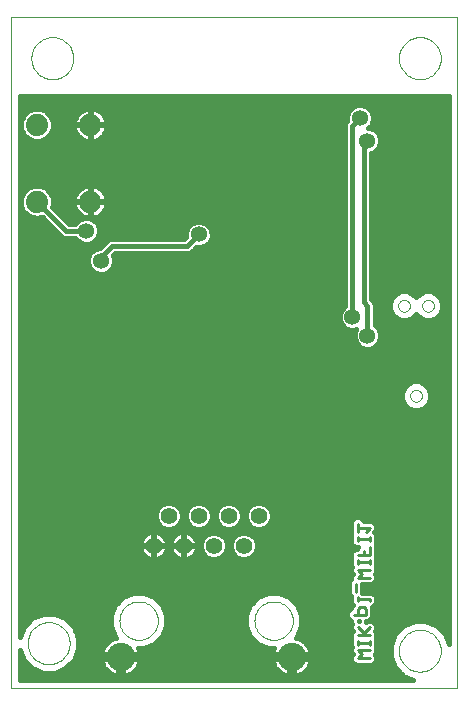
<source format=gbl>
G75*
%MOIN*%
%OFA0B0*%
%FSLAX24Y24*%
%IPPOS*%
%LPD*%
%AMOC8*
5,1,8,0,0,1.08239X$1,22.5*
%
%ADD10C,0.0000*%
%ADD11C,0.0100*%
%ADD12C,0.0554*%
%ADD13C,0.0945*%
%ADD14C,0.0740*%
%ADD15C,0.0160*%
%ADD16C,0.0497*%
%ADD17C,0.0536*%
D10*
X000180Y000954D02*
X000180Y023325D01*
X015050Y023325D01*
X015050Y000954D01*
X000180Y000954D01*
X000730Y002454D02*
X000732Y002506D01*
X000738Y002558D01*
X000748Y002610D01*
X000761Y002660D01*
X000778Y002710D01*
X000799Y002758D01*
X000824Y002804D01*
X000852Y002848D01*
X000883Y002890D01*
X000917Y002930D01*
X000954Y002967D01*
X000994Y003001D01*
X001036Y003032D01*
X001080Y003060D01*
X001126Y003085D01*
X001174Y003106D01*
X001224Y003123D01*
X001274Y003136D01*
X001326Y003146D01*
X001378Y003152D01*
X001430Y003154D01*
X001482Y003152D01*
X001534Y003146D01*
X001586Y003136D01*
X001636Y003123D01*
X001686Y003106D01*
X001734Y003085D01*
X001780Y003060D01*
X001824Y003032D01*
X001866Y003001D01*
X001906Y002967D01*
X001943Y002930D01*
X001977Y002890D01*
X002008Y002848D01*
X002036Y002804D01*
X002061Y002758D01*
X002082Y002710D01*
X002099Y002660D01*
X002112Y002610D01*
X002122Y002558D01*
X002128Y002506D01*
X002130Y002454D01*
X002128Y002402D01*
X002122Y002350D01*
X002112Y002298D01*
X002099Y002248D01*
X002082Y002198D01*
X002061Y002150D01*
X002036Y002104D01*
X002008Y002060D01*
X001977Y002018D01*
X001943Y001978D01*
X001906Y001941D01*
X001866Y001907D01*
X001824Y001876D01*
X001780Y001848D01*
X001734Y001823D01*
X001686Y001802D01*
X001636Y001785D01*
X001586Y001772D01*
X001534Y001762D01*
X001482Y001756D01*
X001430Y001754D01*
X001378Y001756D01*
X001326Y001762D01*
X001274Y001772D01*
X001224Y001785D01*
X001174Y001802D01*
X001126Y001823D01*
X001080Y001848D01*
X001036Y001876D01*
X000994Y001907D01*
X000954Y001941D01*
X000917Y001978D01*
X000883Y002018D01*
X000852Y002060D01*
X000824Y002104D01*
X000799Y002150D01*
X000778Y002198D01*
X000761Y002248D01*
X000748Y002298D01*
X000738Y002350D01*
X000732Y002402D01*
X000730Y002454D01*
X003790Y003204D02*
X003792Y003254D01*
X003798Y003304D01*
X003808Y003353D01*
X003821Y003402D01*
X003839Y003449D01*
X003860Y003495D01*
X003884Y003538D01*
X003912Y003580D01*
X003943Y003620D01*
X003977Y003657D01*
X004014Y003691D01*
X004054Y003722D01*
X004096Y003750D01*
X004139Y003774D01*
X004185Y003795D01*
X004232Y003813D01*
X004281Y003826D01*
X004330Y003836D01*
X004380Y003842D01*
X004430Y003844D01*
X004480Y003842D01*
X004530Y003836D01*
X004579Y003826D01*
X004628Y003813D01*
X004675Y003795D01*
X004721Y003774D01*
X004764Y003750D01*
X004806Y003722D01*
X004846Y003691D01*
X004883Y003657D01*
X004917Y003620D01*
X004948Y003580D01*
X004976Y003538D01*
X005000Y003495D01*
X005021Y003449D01*
X005039Y003402D01*
X005052Y003353D01*
X005062Y003304D01*
X005068Y003254D01*
X005070Y003204D01*
X005068Y003154D01*
X005062Y003104D01*
X005052Y003055D01*
X005039Y003006D01*
X005021Y002959D01*
X005000Y002913D01*
X004976Y002870D01*
X004948Y002828D01*
X004917Y002788D01*
X004883Y002751D01*
X004846Y002717D01*
X004806Y002686D01*
X004764Y002658D01*
X004721Y002634D01*
X004675Y002613D01*
X004628Y002595D01*
X004579Y002582D01*
X004530Y002572D01*
X004480Y002566D01*
X004430Y002564D01*
X004380Y002566D01*
X004330Y002572D01*
X004281Y002582D01*
X004232Y002595D01*
X004185Y002613D01*
X004139Y002634D01*
X004096Y002658D01*
X004054Y002686D01*
X004014Y002717D01*
X003977Y002751D01*
X003943Y002788D01*
X003912Y002828D01*
X003884Y002870D01*
X003860Y002913D01*
X003839Y002959D01*
X003821Y003006D01*
X003808Y003055D01*
X003798Y003104D01*
X003792Y003154D01*
X003790Y003204D01*
X008290Y003204D02*
X008292Y003254D01*
X008298Y003304D01*
X008308Y003353D01*
X008321Y003402D01*
X008339Y003449D01*
X008360Y003495D01*
X008384Y003538D01*
X008412Y003580D01*
X008443Y003620D01*
X008477Y003657D01*
X008514Y003691D01*
X008554Y003722D01*
X008596Y003750D01*
X008639Y003774D01*
X008685Y003795D01*
X008732Y003813D01*
X008781Y003826D01*
X008830Y003836D01*
X008880Y003842D01*
X008930Y003844D01*
X008980Y003842D01*
X009030Y003836D01*
X009079Y003826D01*
X009128Y003813D01*
X009175Y003795D01*
X009221Y003774D01*
X009264Y003750D01*
X009306Y003722D01*
X009346Y003691D01*
X009383Y003657D01*
X009417Y003620D01*
X009448Y003580D01*
X009476Y003538D01*
X009500Y003495D01*
X009521Y003449D01*
X009539Y003402D01*
X009552Y003353D01*
X009562Y003304D01*
X009568Y003254D01*
X009570Y003204D01*
X009568Y003154D01*
X009562Y003104D01*
X009552Y003055D01*
X009539Y003006D01*
X009521Y002959D01*
X009500Y002913D01*
X009476Y002870D01*
X009448Y002828D01*
X009417Y002788D01*
X009383Y002751D01*
X009346Y002717D01*
X009306Y002686D01*
X009264Y002658D01*
X009221Y002634D01*
X009175Y002613D01*
X009128Y002595D01*
X009079Y002582D01*
X009030Y002572D01*
X008980Y002566D01*
X008930Y002564D01*
X008880Y002566D01*
X008830Y002572D01*
X008781Y002582D01*
X008732Y002595D01*
X008685Y002613D01*
X008639Y002634D01*
X008596Y002658D01*
X008554Y002686D01*
X008514Y002717D01*
X008477Y002751D01*
X008443Y002788D01*
X008412Y002828D01*
X008384Y002870D01*
X008360Y002913D01*
X008339Y002959D01*
X008321Y003006D01*
X008308Y003055D01*
X008298Y003104D01*
X008292Y003154D01*
X008290Y003204D01*
X013483Y010704D02*
X013485Y010731D01*
X013491Y010758D01*
X013500Y010784D01*
X013513Y010808D01*
X013529Y010831D01*
X013548Y010850D01*
X013570Y010867D01*
X013594Y010881D01*
X013619Y010891D01*
X013646Y010898D01*
X013673Y010901D01*
X013701Y010900D01*
X013728Y010895D01*
X013754Y010887D01*
X013778Y010875D01*
X013801Y010859D01*
X013822Y010841D01*
X013839Y010820D01*
X013854Y010796D01*
X013865Y010771D01*
X013873Y010745D01*
X013877Y010718D01*
X013877Y010690D01*
X013873Y010663D01*
X013865Y010637D01*
X013854Y010612D01*
X013839Y010588D01*
X013822Y010567D01*
X013801Y010549D01*
X013779Y010533D01*
X013754Y010521D01*
X013728Y010513D01*
X013701Y010508D01*
X013673Y010507D01*
X013646Y010510D01*
X013619Y010517D01*
X013594Y010527D01*
X013570Y010541D01*
X013548Y010558D01*
X013529Y010577D01*
X013513Y010600D01*
X013500Y010624D01*
X013491Y010650D01*
X013485Y010677D01*
X013483Y010704D01*
X013083Y013704D02*
X013085Y013731D01*
X013091Y013758D01*
X013100Y013784D01*
X013113Y013808D01*
X013129Y013831D01*
X013148Y013850D01*
X013170Y013867D01*
X013194Y013881D01*
X013219Y013891D01*
X013246Y013898D01*
X013273Y013901D01*
X013301Y013900D01*
X013328Y013895D01*
X013354Y013887D01*
X013378Y013875D01*
X013401Y013859D01*
X013422Y013841D01*
X013439Y013820D01*
X013454Y013796D01*
X013465Y013771D01*
X013473Y013745D01*
X013477Y013718D01*
X013477Y013690D01*
X013473Y013663D01*
X013465Y013637D01*
X013454Y013612D01*
X013439Y013588D01*
X013422Y013567D01*
X013401Y013549D01*
X013379Y013533D01*
X013354Y013521D01*
X013328Y013513D01*
X013301Y013508D01*
X013273Y013507D01*
X013246Y013510D01*
X013219Y013517D01*
X013194Y013527D01*
X013170Y013541D01*
X013148Y013558D01*
X013129Y013577D01*
X013113Y013600D01*
X013100Y013624D01*
X013091Y013650D01*
X013085Y013677D01*
X013083Y013704D01*
X013883Y013704D02*
X013885Y013731D01*
X013891Y013758D01*
X013900Y013784D01*
X013913Y013808D01*
X013929Y013831D01*
X013948Y013850D01*
X013970Y013867D01*
X013994Y013881D01*
X014019Y013891D01*
X014046Y013898D01*
X014073Y013901D01*
X014101Y013900D01*
X014128Y013895D01*
X014154Y013887D01*
X014178Y013875D01*
X014201Y013859D01*
X014222Y013841D01*
X014239Y013820D01*
X014254Y013796D01*
X014265Y013771D01*
X014273Y013745D01*
X014277Y013718D01*
X014277Y013690D01*
X014273Y013663D01*
X014265Y013637D01*
X014254Y013612D01*
X014239Y013588D01*
X014222Y013567D01*
X014201Y013549D01*
X014179Y013533D01*
X014154Y013521D01*
X014128Y013513D01*
X014101Y013508D01*
X014073Y013507D01*
X014046Y013510D01*
X014019Y013517D01*
X013994Y013527D01*
X013970Y013541D01*
X013948Y013558D01*
X013929Y013577D01*
X013913Y013600D01*
X013900Y013624D01*
X013891Y013650D01*
X013885Y013677D01*
X013883Y013704D01*
X013105Y021954D02*
X013107Y022006D01*
X013113Y022058D01*
X013123Y022110D01*
X013136Y022160D01*
X013153Y022210D01*
X013174Y022258D01*
X013199Y022304D01*
X013227Y022348D01*
X013258Y022390D01*
X013292Y022430D01*
X013329Y022467D01*
X013369Y022501D01*
X013411Y022532D01*
X013455Y022560D01*
X013501Y022585D01*
X013549Y022606D01*
X013599Y022623D01*
X013649Y022636D01*
X013701Y022646D01*
X013753Y022652D01*
X013805Y022654D01*
X013857Y022652D01*
X013909Y022646D01*
X013961Y022636D01*
X014011Y022623D01*
X014061Y022606D01*
X014109Y022585D01*
X014155Y022560D01*
X014199Y022532D01*
X014241Y022501D01*
X014281Y022467D01*
X014318Y022430D01*
X014352Y022390D01*
X014383Y022348D01*
X014411Y022304D01*
X014436Y022258D01*
X014457Y022210D01*
X014474Y022160D01*
X014487Y022110D01*
X014497Y022058D01*
X014503Y022006D01*
X014505Y021954D01*
X014503Y021902D01*
X014497Y021850D01*
X014487Y021798D01*
X014474Y021748D01*
X014457Y021698D01*
X014436Y021650D01*
X014411Y021604D01*
X014383Y021560D01*
X014352Y021518D01*
X014318Y021478D01*
X014281Y021441D01*
X014241Y021407D01*
X014199Y021376D01*
X014155Y021348D01*
X014109Y021323D01*
X014061Y021302D01*
X014011Y021285D01*
X013961Y021272D01*
X013909Y021262D01*
X013857Y021256D01*
X013805Y021254D01*
X013753Y021256D01*
X013701Y021262D01*
X013649Y021272D01*
X013599Y021285D01*
X013549Y021302D01*
X013501Y021323D01*
X013455Y021348D01*
X013411Y021376D01*
X013369Y021407D01*
X013329Y021441D01*
X013292Y021478D01*
X013258Y021518D01*
X013227Y021560D01*
X013199Y021604D01*
X013174Y021650D01*
X013153Y021698D01*
X013136Y021748D01*
X013123Y021798D01*
X013113Y021850D01*
X013107Y021902D01*
X013105Y021954D01*
X000855Y021954D02*
X000857Y022006D01*
X000863Y022058D01*
X000873Y022110D01*
X000886Y022160D01*
X000903Y022210D01*
X000924Y022258D01*
X000949Y022304D01*
X000977Y022348D01*
X001008Y022390D01*
X001042Y022430D01*
X001079Y022467D01*
X001119Y022501D01*
X001161Y022532D01*
X001205Y022560D01*
X001251Y022585D01*
X001299Y022606D01*
X001349Y022623D01*
X001399Y022636D01*
X001451Y022646D01*
X001503Y022652D01*
X001555Y022654D01*
X001607Y022652D01*
X001659Y022646D01*
X001711Y022636D01*
X001761Y022623D01*
X001811Y022606D01*
X001859Y022585D01*
X001905Y022560D01*
X001949Y022532D01*
X001991Y022501D01*
X002031Y022467D01*
X002068Y022430D01*
X002102Y022390D01*
X002133Y022348D01*
X002161Y022304D01*
X002186Y022258D01*
X002207Y022210D01*
X002224Y022160D01*
X002237Y022110D01*
X002247Y022058D01*
X002253Y022006D01*
X002255Y021954D01*
X002253Y021902D01*
X002247Y021850D01*
X002237Y021798D01*
X002224Y021748D01*
X002207Y021698D01*
X002186Y021650D01*
X002161Y021604D01*
X002133Y021560D01*
X002102Y021518D01*
X002068Y021478D01*
X002031Y021441D01*
X001991Y021407D01*
X001949Y021376D01*
X001905Y021348D01*
X001859Y021323D01*
X001811Y021302D01*
X001761Y021285D01*
X001711Y021272D01*
X001659Y021262D01*
X001607Y021256D01*
X001555Y021254D01*
X001503Y021256D01*
X001451Y021262D01*
X001399Y021272D01*
X001349Y021285D01*
X001299Y021302D01*
X001251Y021323D01*
X001205Y021348D01*
X001161Y021376D01*
X001119Y021407D01*
X001079Y021441D01*
X001042Y021478D01*
X001008Y021518D01*
X000977Y021560D01*
X000949Y021604D01*
X000924Y021650D01*
X000903Y021698D01*
X000886Y021748D01*
X000873Y021798D01*
X000863Y021850D01*
X000857Y021902D01*
X000855Y021954D01*
X013105Y002204D02*
X013107Y002256D01*
X013113Y002308D01*
X013123Y002360D01*
X013136Y002410D01*
X013153Y002460D01*
X013174Y002508D01*
X013199Y002554D01*
X013227Y002598D01*
X013258Y002640D01*
X013292Y002680D01*
X013329Y002717D01*
X013369Y002751D01*
X013411Y002782D01*
X013455Y002810D01*
X013501Y002835D01*
X013549Y002856D01*
X013599Y002873D01*
X013649Y002886D01*
X013701Y002896D01*
X013753Y002902D01*
X013805Y002904D01*
X013857Y002902D01*
X013909Y002896D01*
X013961Y002886D01*
X014011Y002873D01*
X014061Y002856D01*
X014109Y002835D01*
X014155Y002810D01*
X014199Y002782D01*
X014241Y002751D01*
X014281Y002717D01*
X014318Y002680D01*
X014352Y002640D01*
X014383Y002598D01*
X014411Y002554D01*
X014436Y002508D01*
X014457Y002460D01*
X014474Y002410D01*
X014487Y002360D01*
X014497Y002308D01*
X014503Y002256D01*
X014505Y002204D01*
X014503Y002152D01*
X014497Y002100D01*
X014487Y002048D01*
X014474Y001998D01*
X014457Y001948D01*
X014436Y001900D01*
X014411Y001854D01*
X014383Y001810D01*
X014352Y001768D01*
X014318Y001728D01*
X014281Y001691D01*
X014241Y001657D01*
X014199Y001626D01*
X014155Y001598D01*
X014109Y001573D01*
X014061Y001552D01*
X014011Y001535D01*
X013961Y001522D01*
X013909Y001512D01*
X013857Y001506D01*
X013805Y001504D01*
X013753Y001506D01*
X013701Y001512D01*
X013649Y001522D01*
X013599Y001535D01*
X013549Y001552D01*
X013501Y001573D01*
X013455Y001598D01*
X013411Y001626D01*
X013369Y001657D01*
X013329Y001691D01*
X013292Y001728D01*
X013258Y001768D01*
X013227Y001810D01*
X013199Y001854D01*
X013174Y001900D01*
X013153Y001948D01*
X013136Y001998D01*
X013123Y002048D01*
X013113Y002100D01*
X013107Y002152D01*
X013105Y002204D01*
D11*
X012130Y002215D02*
X011730Y002215D01*
X011863Y002082D01*
X011730Y001948D01*
X012130Y001948D01*
X012130Y002409D02*
X012130Y002542D01*
X012130Y002475D02*
X011730Y002475D01*
X011730Y002409D02*
X011730Y002542D01*
X011730Y002715D02*
X012130Y002715D01*
X011930Y002782D02*
X011730Y002982D01*
X011730Y003176D02*
X011730Y003243D01*
X011797Y003243D01*
X011797Y003176D01*
X011730Y003176D01*
X011730Y003406D02*
X011730Y003606D01*
X011797Y003673D01*
X011930Y003673D01*
X011997Y003606D01*
X011997Y003406D01*
X011597Y003406D01*
X011730Y003866D02*
X011730Y004000D01*
X011730Y003933D02*
X012130Y003933D01*
X012130Y003866D01*
X011663Y004173D02*
X011663Y004440D01*
X011730Y004634D02*
X011863Y004767D01*
X011730Y004901D01*
X012130Y004901D01*
X012130Y005094D02*
X012130Y005228D01*
X012130Y005161D02*
X011730Y005161D01*
X011730Y005094D02*
X011730Y005228D01*
X011730Y005401D02*
X012130Y005401D01*
X012130Y005668D01*
X012130Y005861D02*
X012130Y005995D01*
X012130Y005928D02*
X011730Y005928D01*
X011730Y005861D02*
X011730Y005995D01*
X011730Y006168D02*
X011730Y006435D01*
X011730Y006302D02*
X012130Y006302D01*
X011997Y006168D01*
X011930Y005535D02*
X011930Y005401D01*
X012130Y004634D02*
X011730Y004634D01*
X012130Y002982D02*
X011863Y002715D01*
D12*
X008430Y006704D03*
X007930Y005704D03*
X007430Y006704D03*
X006930Y005704D03*
X006430Y006704D03*
X005930Y005704D03*
X005430Y006704D03*
X004930Y005704D03*
D13*
X003830Y002004D03*
X009530Y002004D03*
D14*
X002820Y017174D03*
X002820Y019734D03*
X001040Y019734D03*
X001040Y017174D03*
D15*
X002010Y016204D01*
X002680Y016204D01*
X002785Y016624D02*
X002800Y016624D01*
X002800Y017154D01*
X002270Y017154D01*
X002270Y017130D01*
X002284Y017045D01*
X002310Y016963D01*
X002350Y016886D01*
X002400Y016815D01*
X002462Y016754D01*
X002532Y016703D01*
X002609Y016664D01*
X002691Y016637D01*
X002726Y016632D01*
X002595Y016632D01*
X002437Y016567D01*
X002317Y016446D01*
X002316Y016444D01*
X002109Y016444D01*
X001545Y017008D01*
X001570Y017068D01*
X001570Y017279D01*
X001489Y017474D01*
X001340Y017623D01*
X001145Y017704D01*
X000935Y017704D01*
X000740Y017623D01*
X000591Y017474D01*
X000510Y017279D01*
X000510Y017068D01*
X000591Y016874D01*
X000740Y016724D01*
X000935Y016644D01*
X001145Y016644D01*
X001206Y016669D01*
X001874Y016000D01*
X001962Y015964D01*
X002316Y015964D01*
X002317Y015961D01*
X002437Y015841D01*
X002595Y015776D01*
X002765Y015776D01*
X002923Y015841D01*
X003043Y015961D01*
X003108Y016119D01*
X003108Y016289D01*
X003043Y016446D01*
X002923Y016567D01*
X002785Y016624D01*
X002800Y016645D02*
X002840Y016645D01*
X002840Y016624D02*
X002863Y016624D01*
X002949Y016637D01*
X003031Y016664D01*
X003108Y016703D01*
X003178Y016754D01*
X003240Y016815D01*
X003290Y016886D01*
X003330Y016963D01*
X003356Y017045D01*
X003370Y017130D01*
X003370Y017154D01*
X002840Y017154D01*
X002840Y017194D01*
X002800Y017194D01*
X002800Y017724D01*
X002777Y017724D01*
X002691Y017710D01*
X002609Y017683D01*
X002532Y017644D01*
X002462Y017593D01*
X002400Y017532D01*
X002350Y017462D01*
X002310Y017385D01*
X002284Y017303D01*
X002270Y017217D01*
X002270Y017194D01*
X002800Y017194D01*
X002800Y017154D01*
X002840Y017154D01*
X002840Y016624D01*
X002973Y016645D02*
X011315Y016645D01*
X011315Y016487D02*
X006564Y016487D01*
X006515Y016507D02*
X006673Y016442D01*
X006793Y016321D01*
X006858Y016164D01*
X006858Y015994D01*
X006793Y015836D01*
X006673Y015716D01*
X006515Y015651D01*
X006345Y015651D01*
X006342Y015652D01*
X006258Y015568D01*
X006191Y015500D01*
X006103Y015464D01*
X003654Y015464D01*
X003570Y015380D01*
X003608Y015289D01*
X003608Y015119D01*
X003543Y014961D01*
X003423Y014841D01*
X003265Y014776D01*
X003095Y014776D01*
X002937Y014841D01*
X002817Y014961D01*
X002752Y015119D01*
X002752Y015289D01*
X002817Y015446D01*
X002937Y015567D01*
X003095Y015632D01*
X003144Y015632D01*
X003419Y015907D01*
X003507Y015944D01*
X005956Y015944D01*
X006003Y015991D01*
X006002Y015994D01*
X006002Y016164D01*
X006067Y016321D01*
X006187Y016442D01*
X006345Y016507D01*
X006515Y016507D01*
X006296Y016487D02*
X003002Y016487D01*
X003092Y016328D02*
X006074Y016328D01*
X006004Y016170D02*
X003108Y016170D01*
X003064Y016011D02*
X006002Y016011D01*
X006055Y015704D02*
X003555Y015704D01*
X003180Y015329D01*
X003180Y015204D01*
X002788Y015377D02*
X000460Y015377D01*
X000460Y015219D02*
X002752Y015219D01*
X002776Y015060D02*
X000460Y015060D01*
X000460Y014902D02*
X002877Y014902D01*
X002907Y015536D02*
X000460Y015536D01*
X000460Y015694D02*
X003206Y015694D01*
X003365Y015853D02*
X002934Y015853D01*
X002426Y015853D02*
X000460Y015853D01*
X000460Y016011D02*
X001863Y016011D01*
X001705Y016170D02*
X000460Y016170D01*
X000460Y016328D02*
X001546Y016328D01*
X001388Y016487D02*
X000460Y016487D01*
X000460Y016645D02*
X000931Y016645D01*
X001149Y016645D02*
X001229Y016645D01*
X001591Y016962D02*
X002310Y016962D01*
X002272Y017121D02*
X001570Y017121D01*
X001570Y017279D02*
X002280Y017279D01*
X002337Y017438D02*
X001504Y017438D01*
X001367Y017596D02*
X002466Y017596D01*
X002800Y017596D02*
X002840Y017596D01*
X002840Y017724D02*
X002840Y017194D01*
X003370Y017194D01*
X003370Y017217D01*
X003356Y017303D01*
X003330Y017385D01*
X003290Y017462D01*
X003240Y017532D01*
X003178Y017593D01*
X003108Y017644D01*
X003031Y017683D01*
X002949Y017710D01*
X002863Y017724D01*
X002840Y017724D01*
X002840Y017438D02*
X002800Y017438D01*
X002800Y017279D02*
X002840Y017279D01*
X002840Y017121D02*
X002800Y017121D01*
X002800Y016962D02*
X002840Y016962D01*
X002840Y016804D02*
X002800Y016804D01*
X002667Y016645D02*
X001908Y016645D01*
X002066Y016487D02*
X002358Y016487D01*
X002412Y016804D02*
X001749Y016804D01*
X000660Y016804D02*
X000460Y016804D01*
X000460Y016962D02*
X000554Y016962D01*
X000510Y017121D02*
X000460Y017121D01*
X000460Y017279D02*
X000510Y017279D01*
X000460Y017438D02*
X000576Y017438D01*
X000460Y017596D02*
X000713Y017596D01*
X000460Y017755D02*
X011315Y017755D01*
X011315Y017913D02*
X000460Y017913D01*
X000460Y018072D02*
X011315Y018072D01*
X011315Y018230D02*
X000460Y018230D01*
X000460Y018389D02*
X011315Y018389D01*
X011315Y018547D02*
X000460Y018547D01*
X000460Y018706D02*
X011315Y018706D01*
X011315Y018864D02*
X000460Y018864D01*
X000460Y019023D02*
X011315Y019023D01*
X011315Y019181D02*
X000460Y019181D01*
X000460Y019340D02*
X000684Y019340D01*
X000740Y019284D02*
X000935Y019204D01*
X001145Y019204D01*
X001340Y019284D01*
X001489Y019434D01*
X001570Y019628D01*
X001570Y019839D01*
X001489Y020034D01*
X001340Y020183D01*
X001145Y020264D01*
X000935Y020264D01*
X000740Y020183D01*
X000591Y020034D01*
X000510Y019839D01*
X000510Y019628D01*
X000591Y019434D01*
X000740Y019284D01*
X000564Y019498D02*
X000460Y019498D01*
X000460Y019657D02*
X000510Y019657D01*
X000510Y019815D02*
X000460Y019815D01*
X000460Y019974D02*
X000566Y019974D01*
X000460Y020132D02*
X000689Y020132D01*
X000460Y020291D02*
X011537Y020291D01*
X011562Y020317D02*
X011442Y020196D01*
X011377Y020039D01*
X011377Y019869D01*
X011378Y019866D01*
X011352Y019840D01*
X011315Y019752D01*
X011315Y013693D01*
X011312Y013692D01*
X011192Y013571D01*
X011127Y013414D01*
X011127Y013244D01*
X011192Y013086D01*
X011312Y012966D01*
X011470Y012901D01*
X011640Y012901D01*
X011680Y012917D01*
X011627Y012789D01*
X011627Y012619D01*
X011692Y012461D01*
X011812Y012341D01*
X011970Y012276D01*
X012140Y012276D01*
X012298Y012341D01*
X012418Y012461D01*
X012483Y012619D01*
X012483Y012789D01*
X012418Y012946D01*
X012298Y013067D01*
X012295Y013068D01*
X012295Y013656D01*
X012295Y013752D01*
X012258Y013840D01*
X012170Y013928D01*
X012170Y018788D01*
X012298Y018841D01*
X012418Y018961D01*
X012483Y019119D01*
X012483Y019289D01*
X012418Y019446D01*
X012298Y019567D01*
X012140Y019632D01*
X012089Y019632D01*
X012168Y019711D01*
X012233Y019869D01*
X012233Y020039D01*
X012168Y020196D01*
X012048Y020317D01*
X011890Y020382D01*
X011720Y020382D01*
X011562Y020317D01*
X011416Y020132D02*
X003199Y020132D01*
X003178Y020153D02*
X003108Y020204D01*
X003031Y020243D01*
X002949Y020270D01*
X002863Y020284D01*
X002840Y020284D01*
X002840Y019754D01*
X002800Y019754D01*
X002800Y020284D01*
X002777Y020284D01*
X002691Y020270D01*
X002609Y020243D01*
X002532Y020204D01*
X002462Y020153D01*
X002400Y020092D01*
X002350Y020022D01*
X002310Y019945D01*
X002284Y019863D01*
X002270Y019777D01*
X002270Y019754D01*
X002800Y019754D01*
X002800Y019714D01*
X002270Y019714D01*
X002270Y019690D01*
X002284Y019605D01*
X002310Y019523D01*
X002350Y019446D01*
X002400Y019375D01*
X002462Y019314D01*
X002532Y019263D01*
X002609Y019224D01*
X002691Y019197D01*
X002777Y019184D01*
X002800Y019184D01*
X002800Y019714D01*
X002840Y019714D01*
X002840Y019754D01*
X003370Y019754D01*
X003370Y019777D01*
X003356Y019863D01*
X003330Y019945D01*
X003290Y020022D01*
X003240Y020092D01*
X003178Y020153D01*
X003315Y019974D02*
X011377Y019974D01*
X011341Y019815D02*
X003364Y019815D01*
X003370Y019714D02*
X002840Y019714D01*
X002840Y019184D01*
X002863Y019184D01*
X002949Y019197D01*
X003031Y019224D01*
X003108Y019263D01*
X003178Y019314D01*
X003240Y019375D01*
X003290Y019446D01*
X003330Y019523D01*
X003356Y019605D01*
X003370Y019690D01*
X003370Y019714D01*
X003365Y019657D02*
X011315Y019657D01*
X011315Y019498D02*
X003317Y019498D01*
X003204Y019340D02*
X011315Y019340D01*
X011555Y019704D02*
X011805Y019954D01*
X011555Y019704D02*
X011555Y013329D01*
X011279Y013000D02*
X000460Y013000D01*
X000460Y013158D02*
X011162Y013158D01*
X011127Y013317D02*
X000460Y013317D01*
X000460Y013475D02*
X011152Y013475D01*
X011255Y013634D02*
X000460Y013634D01*
X000460Y013792D02*
X011315Y013792D01*
X011315Y013951D02*
X000460Y013951D01*
X000460Y014109D02*
X011315Y014109D01*
X011315Y014268D02*
X000460Y014268D01*
X000460Y014426D02*
X011315Y014426D01*
X011315Y014585D02*
X000460Y014585D01*
X000460Y014743D02*
X011315Y014743D01*
X011315Y014902D02*
X003483Y014902D01*
X003584Y015060D02*
X011315Y015060D01*
X011315Y015219D02*
X003608Y015219D01*
X003572Y015377D02*
X011315Y015377D01*
X011315Y015536D02*
X006226Y015536D01*
X006055Y015704D02*
X006430Y016079D01*
X006620Y015694D02*
X011315Y015694D01*
X011315Y015853D02*
X006800Y015853D01*
X006858Y016011D02*
X011315Y016011D01*
X011315Y016170D02*
X006856Y016170D01*
X006786Y016328D02*
X011315Y016328D01*
X011315Y016804D02*
X003228Y016804D01*
X003330Y016962D02*
X011315Y016962D01*
X011315Y017121D02*
X003368Y017121D01*
X003360Y017279D02*
X011315Y017279D01*
X011315Y017438D02*
X003303Y017438D01*
X003174Y017596D02*
X011315Y017596D01*
X012170Y017596D02*
X014770Y017596D01*
X014770Y017438D02*
X012170Y017438D01*
X012170Y017279D02*
X014770Y017279D01*
X014770Y017121D02*
X012170Y017121D01*
X012170Y016962D02*
X014770Y016962D01*
X014770Y016804D02*
X012170Y016804D01*
X012170Y016645D02*
X014770Y016645D01*
X014770Y016487D02*
X012170Y016487D01*
X012170Y016328D02*
X014770Y016328D01*
X014770Y016170D02*
X012170Y016170D01*
X012170Y016011D02*
X014770Y016011D01*
X014770Y015853D02*
X012170Y015853D01*
X012170Y015694D02*
X014770Y015694D01*
X014770Y015536D02*
X012170Y015536D01*
X012170Y015377D02*
X014770Y015377D01*
X014770Y015219D02*
X012170Y015219D01*
X012170Y015060D02*
X014770Y015060D01*
X014770Y014902D02*
X012170Y014902D01*
X012170Y014743D02*
X014770Y014743D01*
X014770Y014585D02*
X012170Y014585D01*
X012170Y014426D02*
X014770Y014426D01*
X014770Y014268D02*
X012170Y014268D01*
X012170Y014109D02*
X013013Y014109D01*
X013010Y014108D02*
X012876Y013974D01*
X012803Y013799D01*
X012803Y013609D01*
X012876Y013434D01*
X013010Y013300D01*
X013185Y013227D01*
X013375Y013227D01*
X013550Y013300D01*
X013680Y013429D01*
X013810Y013300D01*
X013985Y013227D01*
X014175Y013227D01*
X014350Y013300D01*
X014484Y013434D01*
X014557Y013609D01*
X014557Y013799D01*
X014484Y013974D01*
X014350Y014108D01*
X014175Y014181D01*
X013985Y014181D01*
X013810Y014108D01*
X013680Y013978D01*
X013550Y014108D01*
X013375Y014181D01*
X013185Y014181D01*
X013010Y014108D01*
X012866Y013951D02*
X012170Y013951D01*
X012278Y013792D02*
X012803Y013792D01*
X012803Y013634D02*
X012295Y013634D01*
X012295Y013475D02*
X012859Y013475D01*
X012993Y013317D02*
X012295Y013317D01*
X012295Y013158D02*
X014770Y013158D01*
X014770Y013000D02*
X012364Y013000D01*
X012461Y012841D02*
X014770Y012841D01*
X014770Y012683D02*
X012483Y012683D01*
X012444Y012524D02*
X014770Y012524D01*
X014770Y012366D02*
X012322Y012366D01*
X012055Y012704D02*
X012055Y013704D01*
X011930Y013829D01*
X011930Y019079D01*
X012055Y019204D01*
X012321Y018864D02*
X014770Y018864D01*
X014770Y018706D02*
X012170Y018706D01*
X012170Y018547D02*
X014770Y018547D01*
X014770Y018389D02*
X012170Y018389D01*
X012170Y018230D02*
X014770Y018230D01*
X014770Y018072D02*
X012170Y018072D01*
X012170Y017913D02*
X014770Y017913D01*
X014770Y017755D02*
X012170Y017755D01*
X012443Y019023D02*
X014770Y019023D01*
X014770Y019181D02*
X012483Y019181D01*
X012462Y019340D02*
X014770Y019340D01*
X014770Y019498D02*
X012366Y019498D01*
X012211Y019815D02*
X014770Y019815D01*
X014770Y019657D02*
X012113Y019657D01*
X012233Y019974D02*
X014770Y019974D01*
X014770Y020132D02*
X012194Y020132D01*
X012073Y020291D02*
X014770Y020291D01*
X014770Y020449D02*
X000460Y020449D01*
X000460Y020608D02*
X014770Y020608D01*
X014770Y020704D02*
X000460Y020704D01*
X000460Y002673D01*
X000599Y003009D01*
X000875Y003285D01*
X001235Y003434D01*
X001625Y003434D01*
X001985Y003285D01*
X002261Y003009D01*
X002410Y002649D01*
X002410Y002259D01*
X002261Y001899D01*
X001985Y001623D01*
X001625Y001474D01*
X001235Y001474D01*
X000875Y001623D01*
X000599Y001899D01*
X000460Y002235D01*
X000460Y001234D01*
X013586Y001234D01*
X013250Y001373D01*
X012974Y001649D01*
X012825Y002009D01*
X012825Y002399D01*
X012974Y002759D01*
X013250Y003035D01*
X013610Y003184D01*
X014000Y003184D01*
X014360Y003035D01*
X014636Y002759D01*
X014770Y002435D01*
X014770Y020704D01*
X014770Y014109D02*
X014347Y014109D01*
X014494Y013951D02*
X014770Y013951D01*
X014770Y013792D02*
X014557Y013792D01*
X014557Y013634D02*
X014770Y013634D01*
X014770Y013475D02*
X014501Y013475D01*
X014367Y013317D02*
X014770Y013317D01*
X014770Y012207D02*
X000460Y012207D01*
X000460Y012049D02*
X014770Y012049D01*
X014770Y011890D02*
X000460Y011890D01*
X000460Y011732D02*
X014770Y011732D01*
X014770Y011573D02*
X000460Y011573D01*
X000460Y011415D02*
X014770Y011415D01*
X014770Y011256D02*
X000460Y011256D01*
X000460Y011098D02*
X013400Y011098D01*
X013410Y011108D02*
X013276Y010974D01*
X013203Y010799D01*
X013203Y010609D01*
X013276Y010434D01*
X013410Y010300D01*
X013585Y010227D01*
X013775Y010227D01*
X013950Y010300D01*
X014084Y010434D01*
X014157Y010609D01*
X014157Y010799D01*
X014084Y010974D01*
X013950Y011108D01*
X013775Y011181D01*
X013585Y011181D01*
X013410Y011108D01*
X013261Y010939D02*
X000460Y010939D01*
X000460Y010781D02*
X013203Y010781D01*
X013203Y010622D02*
X000460Y010622D01*
X000460Y010464D02*
X013263Y010464D01*
X013404Y010305D02*
X000460Y010305D01*
X000460Y010147D02*
X014770Y010147D01*
X014770Y010305D02*
X013956Y010305D01*
X014097Y010464D02*
X014770Y010464D01*
X014770Y010622D02*
X014157Y010622D01*
X014157Y010781D02*
X014770Y010781D01*
X014770Y010939D02*
X014099Y010939D01*
X013960Y011098D02*
X014770Y011098D01*
X014770Y009988D02*
X000460Y009988D01*
X000460Y009830D02*
X014770Y009830D01*
X014770Y009671D02*
X000460Y009671D01*
X000460Y009513D02*
X014770Y009513D01*
X014770Y009354D02*
X000460Y009354D01*
X000460Y009196D02*
X014770Y009196D01*
X014770Y009037D02*
X000460Y009037D01*
X000460Y008879D02*
X014770Y008879D01*
X014770Y008720D02*
X000460Y008720D01*
X000460Y008562D02*
X014770Y008562D01*
X014770Y008403D02*
X000460Y008403D01*
X000460Y008245D02*
X014770Y008245D01*
X014770Y008086D02*
X000460Y008086D01*
X000460Y007928D02*
X014770Y007928D01*
X014770Y007769D02*
X000460Y007769D01*
X000460Y007611D02*
X014770Y007611D01*
X014770Y007452D02*
X000460Y007452D01*
X000460Y007294D02*
X014770Y007294D01*
X014770Y007135D02*
X008531Y007135D01*
X008517Y007141D02*
X008343Y007141D01*
X008182Y007074D01*
X008059Y006951D01*
X007993Y006791D01*
X007993Y006617D01*
X008059Y006456D01*
X008182Y006333D01*
X008343Y006267D01*
X008517Y006267D01*
X008678Y006333D01*
X008801Y006456D01*
X008867Y006617D01*
X008867Y006791D01*
X008801Y006951D01*
X008678Y007074D01*
X008517Y007141D01*
X008329Y007135D02*
X007531Y007135D01*
X007517Y007141D02*
X007343Y007141D01*
X007182Y007074D01*
X007059Y006951D01*
X006993Y006791D01*
X006993Y006617D01*
X007059Y006456D01*
X007182Y006333D01*
X007343Y006267D01*
X007517Y006267D01*
X007678Y006333D01*
X007801Y006456D01*
X007867Y006617D01*
X007867Y006791D01*
X007801Y006951D01*
X007678Y007074D01*
X007517Y007141D01*
X007329Y007135D02*
X006531Y007135D01*
X006517Y007141D02*
X006343Y007141D01*
X006182Y007074D01*
X006059Y006951D01*
X005993Y006791D01*
X005993Y006617D01*
X006059Y006456D01*
X006182Y006333D01*
X006343Y006267D01*
X006517Y006267D01*
X006678Y006333D01*
X006801Y006456D01*
X006867Y006617D01*
X006867Y006791D01*
X006801Y006951D01*
X006678Y007074D01*
X006517Y007141D01*
X006329Y007135D02*
X005531Y007135D01*
X005517Y007141D02*
X005343Y007141D01*
X005182Y007074D01*
X005059Y006951D01*
X004993Y006791D01*
X004993Y006617D01*
X005059Y006456D01*
X005182Y006333D01*
X005343Y006267D01*
X005517Y006267D01*
X005678Y006333D01*
X005801Y006456D01*
X005867Y006617D01*
X005867Y006791D01*
X005801Y006951D01*
X005678Y007074D01*
X005517Y007141D01*
X005775Y006977D02*
X006085Y006977D01*
X006004Y006818D02*
X005856Y006818D01*
X005867Y006660D02*
X005993Y006660D01*
X006041Y006501D02*
X005819Y006501D01*
X005687Y006343D02*
X006173Y006343D01*
X006105Y006127D02*
X006037Y006150D01*
X005966Y006161D01*
X005939Y006161D01*
X005939Y005712D01*
X006387Y005712D01*
X006387Y005740D01*
X006376Y005811D01*
X006354Y005879D01*
X006321Y005943D01*
X006279Y006002D01*
X006228Y006052D01*
X006170Y006095D01*
X006105Y006127D01*
X006255Y006026D02*
X006634Y006026D01*
X006682Y006074D02*
X006559Y005951D01*
X006493Y005791D01*
X006493Y005617D01*
X006559Y005456D01*
X006682Y005333D01*
X006843Y005267D01*
X007017Y005267D01*
X007178Y005333D01*
X007301Y005456D01*
X007367Y005617D01*
X007367Y005791D01*
X007301Y005951D01*
X007178Y006074D01*
X007017Y006141D01*
X006843Y006141D01*
X006682Y006074D01*
X006525Y005867D02*
X006358Y005867D01*
X006387Y005695D02*
X005939Y005695D01*
X005939Y005712D01*
X005921Y005712D01*
X005921Y005695D01*
X005473Y005695D01*
X005473Y005668D01*
X005484Y005597D01*
X005506Y005528D01*
X005539Y005464D01*
X005581Y005406D01*
X005632Y005355D01*
X005690Y005313D01*
X005755Y005280D01*
X005823Y005258D01*
X005894Y005247D01*
X005921Y005247D01*
X005921Y005695D01*
X005939Y005695D01*
X005939Y005247D01*
X005966Y005247D01*
X006037Y005258D01*
X006105Y005280D01*
X006170Y005313D01*
X006228Y005355D01*
X006279Y005406D01*
X006321Y005464D01*
X006354Y005528D01*
X006376Y005597D01*
X006387Y005668D01*
X006387Y005695D01*
X006493Y005709D02*
X005939Y005709D01*
X005921Y005709D02*
X004939Y005709D01*
X004939Y005712D02*
X005387Y005712D01*
X005387Y005740D01*
X005376Y005811D01*
X005354Y005879D01*
X005321Y005943D01*
X005279Y006002D01*
X005228Y006052D01*
X005170Y006095D01*
X005105Y006127D01*
X005037Y006150D01*
X004966Y006161D01*
X004939Y006161D01*
X004939Y005712D01*
X004939Y005695D01*
X005387Y005695D01*
X005387Y005668D01*
X005376Y005597D01*
X005354Y005528D01*
X005321Y005464D01*
X005279Y005406D01*
X005228Y005355D01*
X005170Y005313D01*
X005105Y005280D01*
X005037Y005258D01*
X004966Y005247D01*
X004939Y005247D01*
X004939Y005695D01*
X004921Y005695D01*
X004473Y005695D01*
X004473Y005668D01*
X004484Y005597D01*
X004506Y005528D01*
X004539Y005464D01*
X004581Y005406D01*
X004632Y005355D01*
X004690Y005313D01*
X004755Y005280D01*
X004823Y005258D01*
X004894Y005247D01*
X004921Y005247D01*
X004921Y005695D01*
X004921Y005712D01*
X004473Y005712D01*
X004473Y005740D01*
X004484Y005811D01*
X004506Y005879D01*
X004539Y005943D01*
X004581Y006002D01*
X004632Y006052D01*
X004690Y006095D01*
X004755Y006127D01*
X004823Y006150D01*
X004894Y006161D01*
X004921Y006161D01*
X004921Y005712D01*
X004939Y005712D01*
X004921Y005709D02*
X000460Y005709D01*
X000460Y005867D02*
X004502Y005867D01*
X004605Y006026D02*
X000460Y006026D01*
X000460Y006184D02*
X011520Y006184D01*
X011520Y006026D02*
X008226Y006026D01*
X008178Y006074D02*
X008017Y006141D01*
X007843Y006141D01*
X007682Y006074D01*
X007559Y005951D01*
X007493Y005791D01*
X007493Y005617D01*
X007559Y005456D01*
X007682Y005333D01*
X007843Y005267D01*
X008017Y005267D01*
X008178Y005333D01*
X008301Y005456D01*
X008367Y005617D01*
X008367Y005791D01*
X008301Y005951D01*
X008178Y006074D01*
X008335Y005867D02*
X011520Y005867D01*
X011520Y005774D02*
X011643Y005651D01*
X011750Y005651D01*
X011720Y005621D01*
X011720Y005611D01*
X011643Y005611D01*
X011520Y005488D01*
X011520Y005007D01*
X011530Y004997D01*
X011520Y004988D01*
X011520Y004814D01*
X011566Y004767D01*
X011520Y004721D01*
X011520Y004594D01*
X011453Y004527D01*
X011453Y004086D01*
X011520Y004020D01*
X011520Y003779D01*
X011563Y003736D01*
X011520Y003693D01*
X011520Y003616D01*
X011510Y003616D01*
X011387Y003493D01*
X011387Y003319D01*
X011510Y003196D01*
X011520Y003196D01*
X011520Y003089D01*
X011530Y003079D01*
X011520Y003069D01*
X011520Y002895D01*
X011566Y002849D01*
X011520Y002802D01*
X011520Y002322D01*
X011530Y002312D01*
X011520Y002302D01*
X011520Y002128D01*
X011566Y002082D01*
X011520Y002035D01*
X011520Y001861D01*
X011643Y001738D01*
X011817Y001738D01*
X012217Y001738D01*
X012340Y001861D01*
X012340Y002035D01*
X012294Y002082D01*
X012340Y002128D01*
X012340Y002302D01*
X012331Y002312D01*
X012340Y002322D01*
X012340Y002802D01*
X012294Y002849D01*
X012340Y002895D01*
X012340Y003069D01*
X012217Y003192D01*
X012043Y003192D01*
X012007Y003156D01*
X012007Y003196D01*
X012084Y003196D01*
X012207Y003319D01*
X012207Y003656D01*
X012217Y003656D01*
X012340Y003779D01*
X012340Y004020D01*
X012217Y004143D01*
X011884Y004143D01*
X011873Y004154D01*
X011873Y004424D01*
X012217Y004424D01*
X012340Y004547D01*
X012340Y004721D01*
X012294Y004767D01*
X012340Y004814D01*
X012340Y004988D01*
X012331Y004997D01*
X012340Y005007D01*
X012340Y005755D01*
X012331Y005765D01*
X012340Y005774D01*
X012340Y006082D01*
X012274Y006148D01*
X012340Y006215D01*
X012340Y006389D01*
X012217Y006512D01*
X011940Y006512D01*
X011940Y006522D01*
X011817Y006645D01*
X011643Y006645D01*
X011520Y006522D01*
X011520Y005774D01*
X011586Y005709D02*
X008367Y005709D01*
X008340Y005550D02*
X011582Y005550D01*
X011520Y005392D02*
X008236Y005392D01*
X007624Y005392D02*
X007236Y005392D01*
X007340Y005550D02*
X007520Y005550D01*
X007493Y005709D02*
X007367Y005709D01*
X007335Y005867D02*
X007525Y005867D01*
X007634Y006026D02*
X007226Y006026D01*
X007173Y006343D02*
X006687Y006343D01*
X006819Y006501D02*
X007041Y006501D01*
X006993Y006660D02*
X006867Y006660D01*
X006856Y006818D02*
X007004Y006818D01*
X007085Y006977D02*
X006775Y006977D01*
X007687Y006343D02*
X008173Y006343D01*
X008041Y006501D02*
X007819Y006501D01*
X007867Y006660D02*
X007993Y006660D01*
X008004Y006818D02*
X007856Y006818D01*
X007775Y006977D02*
X008085Y006977D01*
X008775Y006977D02*
X014770Y006977D01*
X014770Y006818D02*
X008856Y006818D01*
X008867Y006660D02*
X014770Y006660D01*
X014770Y006501D02*
X012228Y006501D01*
X012340Y006343D02*
X014770Y006343D01*
X014770Y006184D02*
X012310Y006184D01*
X012340Y006026D02*
X014770Y006026D01*
X014770Y005867D02*
X012340Y005867D01*
X012340Y005709D02*
X014770Y005709D01*
X014770Y005550D02*
X012340Y005550D01*
X012340Y005392D02*
X014770Y005392D01*
X014770Y005233D02*
X012340Y005233D01*
X012340Y005075D02*
X014770Y005075D01*
X014770Y004916D02*
X012340Y004916D01*
X012303Y004758D02*
X014770Y004758D01*
X014770Y004599D02*
X012340Y004599D01*
X012234Y004441D02*
X014770Y004441D01*
X014770Y004282D02*
X011873Y004282D01*
X011453Y004282D02*
X000460Y004282D01*
X000460Y004124D02*
X011453Y004124D01*
X011520Y003965D02*
X009470Y003965D01*
X009451Y003984D02*
X009113Y004124D01*
X008747Y004124D01*
X008409Y003984D01*
X008150Y003725D01*
X008010Y003387D01*
X008010Y003021D01*
X008150Y002683D01*
X008409Y002424D01*
X008747Y002284D01*
X008940Y002284D01*
X008911Y002214D01*
X008889Y002131D01*
X008882Y002081D01*
X009453Y002081D01*
X009453Y001926D01*
X009607Y001926D01*
X009607Y001356D01*
X009658Y001363D01*
X009740Y001385D01*
X009819Y001417D01*
X009893Y001460D01*
X009961Y001512D01*
X010022Y001573D01*
X010074Y001641D01*
X010116Y001715D01*
X010149Y001794D01*
X010171Y001876D01*
X010178Y001926D01*
X009607Y001926D01*
X009607Y002081D01*
X010178Y002081D01*
X010171Y002131D01*
X010149Y002214D01*
X010116Y002293D01*
X010074Y002367D01*
X010022Y002435D01*
X009961Y002495D01*
X009893Y002547D01*
X009819Y002590D01*
X009740Y002623D01*
X009669Y002642D01*
X009710Y002683D01*
X009850Y003021D01*
X009850Y003387D01*
X009710Y003725D01*
X009451Y003984D01*
X009628Y003807D02*
X011520Y003807D01*
X011520Y003648D02*
X009742Y003648D01*
X009807Y003490D02*
X011387Y003490D01*
X011387Y003331D02*
X009850Y003331D01*
X009850Y003173D02*
X011520Y003173D01*
X011520Y003014D02*
X009847Y003014D01*
X009782Y002856D02*
X011560Y002856D01*
X011520Y002697D02*
X009716Y002697D01*
X009905Y002539D02*
X011520Y002539D01*
X011520Y002380D02*
X010063Y002380D01*
X010146Y002222D02*
X011520Y002222D01*
X011548Y002063D02*
X009607Y002063D01*
X009453Y002063D02*
X003907Y002063D01*
X003907Y002081D02*
X004478Y002081D01*
X004471Y002131D01*
X004449Y002214D01*
X004420Y002284D01*
X004613Y002284D01*
X004951Y002424D01*
X005210Y002683D01*
X005350Y003021D01*
X005350Y003387D01*
X005210Y003725D01*
X004951Y003984D01*
X004613Y004124D01*
X004247Y004124D01*
X003909Y003984D01*
X003650Y003725D01*
X003510Y003387D01*
X003510Y003021D01*
X003650Y002683D01*
X003691Y002642D01*
X003620Y002623D01*
X003541Y002590D01*
X003467Y002547D01*
X003399Y002495D01*
X003338Y002435D01*
X003286Y002367D01*
X003244Y002293D01*
X003211Y002214D01*
X003189Y002131D01*
X003182Y002081D01*
X003753Y002081D01*
X003753Y001926D01*
X003907Y001926D01*
X003907Y001356D01*
X003958Y001363D01*
X004040Y001385D01*
X004119Y001417D01*
X004193Y001460D01*
X004261Y001512D01*
X004322Y001573D01*
X004374Y001641D01*
X004416Y001715D01*
X004449Y001794D01*
X004471Y001876D01*
X004478Y001926D01*
X003907Y001926D01*
X003907Y002081D01*
X003753Y002063D02*
X002329Y002063D01*
X002263Y001905D02*
X003185Y001905D01*
X003182Y001926D02*
X003189Y001876D01*
X003211Y001794D01*
X003244Y001715D01*
X003286Y001641D01*
X003338Y001573D01*
X003399Y001512D01*
X003467Y001460D01*
X003541Y001417D01*
X003620Y001385D01*
X003702Y001363D01*
X003753Y001356D01*
X003753Y001926D01*
X003182Y001926D01*
X003230Y001746D02*
X002108Y001746D01*
X001900Y001588D02*
X003327Y001588D01*
X003520Y001429D02*
X000460Y001429D01*
X000460Y001271D02*
X013497Y001271D01*
X013194Y001429D02*
X009840Y001429D01*
X009607Y001429D02*
X009453Y001429D01*
X009453Y001356D02*
X009402Y001363D01*
X009320Y001385D01*
X009241Y001417D01*
X009167Y001460D01*
X009099Y001512D01*
X009038Y001573D01*
X008986Y001641D01*
X008944Y001715D01*
X008911Y001794D01*
X008889Y001876D01*
X008882Y001926D01*
X009453Y001926D01*
X009453Y001356D01*
X009453Y001588D02*
X009607Y001588D01*
X009607Y001746D02*
X009453Y001746D01*
X009453Y001905D02*
X009607Y001905D01*
X010033Y001588D02*
X013035Y001588D01*
X012934Y001746D02*
X012225Y001746D01*
X012340Y001905D02*
X012868Y001905D01*
X012825Y002063D02*
X012312Y002063D01*
X012340Y002222D02*
X012825Y002222D01*
X012825Y002380D02*
X012340Y002380D01*
X012340Y002539D02*
X012883Y002539D01*
X012949Y002697D02*
X012340Y002697D01*
X012301Y002856D02*
X013071Y002856D01*
X013230Y003014D02*
X012340Y003014D01*
X012237Y003173D02*
X013584Y003173D01*
X014026Y003173D02*
X014770Y003173D01*
X014770Y003331D02*
X012207Y003331D01*
X012207Y003490D02*
X014770Y003490D01*
X014770Y003648D02*
X012207Y003648D01*
X012340Y003807D02*
X014770Y003807D01*
X014770Y003965D02*
X012340Y003965D01*
X012237Y004124D02*
X014770Y004124D01*
X014770Y003014D02*
X014380Y003014D01*
X014539Y002856D02*
X014770Y002856D01*
X014770Y002697D02*
X014661Y002697D01*
X014727Y002539D02*
X014770Y002539D01*
X012024Y003173D02*
X012007Y003173D01*
X011520Y001905D02*
X010175Y001905D01*
X010130Y001746D02*
X011635Y001746D01*
X011453Y004441D02*
X000460Y004441D01*
X000460Y004599D02*
X011520Y004599D01*
X011557Y004758D02*
X000460Y004758D01*
X000460Y004916D02*
X011520Y004916D01*
X011520Y005075D02*
X000460Y005075D01*
X000460Y005233D02*
X011520Y005233D01*
X011520Y006343D02*
X008687Y006343D01*
X008819Y006501D02*
X011520Y006501D01*
X008914Y002222D02*
X004446Y002222D01*
X004475Y001905D02*
X008885Y001905D01*
X008930Y001746D02*
X004430Y001746D01*
X004333Y001588D02*
X009027Y001588D01*
X009220Y001429D02*
X004140Y001429D01*
X003907Y001429D02*
X003753Y001429D01*
X003753Y001588D02*
X003907Y001588D01*
X003907Y001746D02*
X003753Y001746D01*
X003753Y001905D02*
X003907Y001905D01*
X003455Y002539D02*
X002410Y002539D01*
X002410Y002380D02*
X003297Y002380D01*
X003214Y002222D02*
X002395Y002222D01*
X002390Y002697D02*
X003644Y002697D01*
X003578Y002856D02*
X002324Y002856D01*
X002255Y003014D02*
X003513Y003014D01*
X003510Y003173D02*
X002097Y003173D01*
X001872Y003331D02*
X003510Y003331D01*
X003553Y003490D02*
X000460Y003490D01*
X000460Y003648D02*
X003618Y003648D01*
X003732Y003807D02*
X000460Y003807D01*
X000460Y003965D02*
X003890Y003965D01*
X004846Y002380D02*
X008514Y002380D01*
X008294Y002539D02*
X005066Y002539D01*
X005216Y002697D02*
X008144Y002697D01*
X008078Y002856D02*
X005282Y002856D01*
X005347Y003014D02*
X008013Y003014D01*
X008010Y003173D02*
X005350Y003173D01*
X005350Y003331D02*
X008010Y003331D01*
X008053Y003490D02*
X005307Y003490D01*
X005242Y003648D02*
X008118Y003648D01*
X008232Y003807D02*
X005128Y003807D01*
X004970Y003965D02*
X008390Y003965D01*
X006624Y005392D02*
X006265Y005392D01*
X006361Y005550D02*
X006520Y005550D01*
X005939Y005550D02*
X005921Y005550D01*
X005921Y005392D02*
X005939Y005392D01*
X005921Y005712D02*
X005473Y005712D01*
X005473Y005740D01*
X005484Y005811D01*
X005506Y005879D01*
X005539Y005943D01*
X005581Y006002D01*
X005632Y006052D01*
X005690Y006095D01*
X005755Y006127D01*
X005823Y006150D01*
X005894Y006161D01*
X005921Y006161D01*
X005921Y005712D01*
X005921Y005867D02*
X005939Y005867D01*
X005939Y006026D02*
X005921Y006026D01*
X005605Y006026D02*
X005255Y006026D01*
X005358Y005867D02*
X005502Y005867D01*
X005499Y005550D02*
X005361Y005550D01*
X005265Y005392D02*
X005595Y005392D01*
X004939Y005392D02*
X004921Y005392D01*
X004921Y005550D02*
X004939Y005550D01*
X004921Y005867D02*
X004939Y005867D01*
X004939Y006026D02*
X004921Y006026D01*
X005173Y006343D02*
X000460Y006343D01*
X000460Y006501D02*
X005041Y006501D01*
X004993Y006660D02*
X000460Y006660D01*
X000460Y006818D02*
X005004Y006818D01*
X005085Y006977D02*
X000460Y006977D01*
X000460Y007135D02*
X005329Y007135D01*
X004499Y005550D02*
X000460Y005550D01*
X000460Y005392D02*
X004595Y005392D01*
X000988Y003331D02*
X000460Y003331D01*
X000460Y003173D02*
X000763Y003173D01*
X000605Y003014D02*
X000460Y003014D01*
X000460Y002856D02*
X000536Y002856D01*
X000470Y002697D02*
X000460Y002697D01*
X000460Y002222D02*
X000465Y002222D01*
X000460Y002063D02*
X000531Y002063D01*
X000597Y001905D02*
X000460Y001905D01*
X000460Y001746D02*
X000752Y001746D01*
X000960Y001588D02*
X000460Y001588D01*
X000460Y012366D02*
X011788Y012366D01*
X011666Y012524D02*
X000460Y012524D01*
X000460Y012683D02*
X011627Y012683D01*
X011649Y012841D02*
X000460Y012841D01*
X001396Y019340D02*
X002436Y019340D01*
X002323Y019498D02*
X001516Y019498D01*
X001570Y019657D02*
X002275Y019657D01*
X002276Y019815D02*
X001570Y019815D01*
X001514Y019974D02*
X002325Y019974D01*
X002441Y020132D02*
X001391Y020132D01*
X002800Y020132D02*
X002840Y020132D01*
X002840Y019974D02*
X002800Y019974D01*
X002800Y019815D02*
X002840Y019815D01*
X002840Y019657D02*
X002800Y019657D01*
X002800Y019498D02*
X002840Y019498D01*
X002840Y019340D02*
X002800Y019340D01*
X013547Y014109D02*
X013813Y014109D01*
X013793Y013317D02*
X013567Y013317D01*
D16*
X014430Y012891D03*
X014368Y014516D03*
X013243Y014579D03*
X012368Y014829D03*
X012368Y014079D03*
X013180Y016391D03*
X013305Y017704D03*
X014368Y018766D03*
X013493Y020016D03*
X012743Y020516D03*
X009930Y019579D03*
X009680Y020391D03*
X008555Y020391D03*
X007493Y020391D03*
X006430Y020391D03*
X005368Y020391D03*
X005430Y018829D03*
X005430Y017641D03*
X005430Y016204D03*
X005680Y015266D03*
X006305Y014704D03*
X006993Y015579D03*
X007368Y016516D03*
X007805Y015579D03*
X008243Y016516D03*
X009118Y016516D03*
X009305Y015579D03*
X009930Y015579D03*
X009930Y014954D03*
X010680Y013829D03*
X010680Y012766D03*
X010993Y012016D03*
X010055Y011579D03*
X009805Y010579D03*
X009118Y009391D03*
X008680Y010829D03*
X007305Y011141D03*
X006618Y011891D03*
X006180Y012766D03*
X004930Y012329D03*
X005118Y010829D03*
X003743Y008954D03*
X002930Y010329D03*
X001993Y012704D03*
X001930Y014266D03*
X000868Y014266D03*
X001430Y016141D03*
X001618Y017641D03*
X000868Y018766D03*
X000868Y020516D03*
X002680Y018704D03*
X003243Y017954D03*
X003368Y016516D03*
X003180Y014579D03*
X003618Y013954D03*
X003180Y012954D03*
X000930Y012079D03*
X000930Y010391D03*
X001368Y008641D03*
X000868Y006704D03*
X000930Y003829D03*
X002618Y001641D03*
X006055Y007891D03*
X006930Y007266D03*
X007805Y007829D03*
X009055Y007766D03*
X009055Y006266D03*
X010805Y006266D03*
X010993Y005516D03*
X011055Y003641D03*
X012430Y001641D03*
X014243Y003641D03*
X014305Y006016D03*
X014368Y007516D03*
X014243Y009079D03*
X013180Y010016D03*
X011993Y009391D03*
X010680Y007766D03*
X012680Y005704D03*
X008993Y014579D03*
X009930Y016516D03*
X009930Y017829D03*
X009930Y018641D03*
X007368Y014579D03*
X006430Y016891D03*
X006430Y017641D03*
X006430Y018829D03*
X003368Y020391D03*
X006618Y009141D03*
X006805Y001641D03*
X014368Y016391D03*
D17*
X012055Y019204D03*
X011805Y019954D03*
X011555Y013329D03*
X012055Y012704D03*
X006430Y016079D03*
X003180Y015204D03*
X002680Y016204D03*
M02*

</source>
